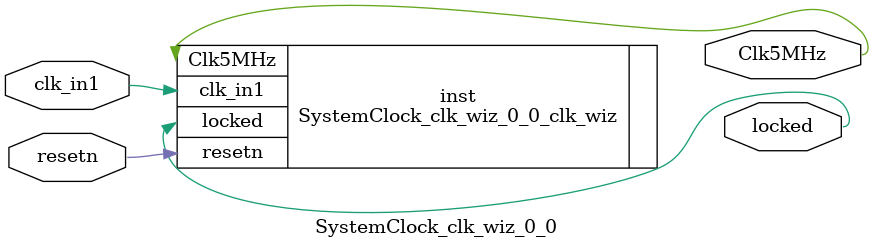
<source format=v>


`timescale 1ps/1ps

(* CORE_GENERATION_INFO = "SystemClock_clk_wiz_0_0,clk_wiz_v6_0_4_0_0,{component_name=SystemClock_clk_wiz_0_0,use_phase_alignment=true,use_min_o_jitter=false,use_max_i_jitter=false,use_dyn_phase_shift=false,use_inclk_switchover=false,use_dyn_reconfig=false,enable_axi=0,feedback_source=FDBK_AUTO,PRIMITIVE=MMCM,num_out_clk=1,clkin1_period=8.000,clkin2_period=10.0,use_power_down=false,use_reset=true,use_locked=true,use_inclk_stopped=false,feedback_type=SINGLE,CLOCK_MGR_TYPE=NA,manual_override=false}" *)

module SystemClock_clk_wiz_0_0 
 (
  // Clock out ports
  output        Clk5MHz,
  // Status and control signals
  input         resetn,
  output        locked,
 // Clock in ports
  input         clk_in1
 );

  SystemClock_clk_wiz_0_0_clk_wiz inst
  (
  // Clock out ports  
  .Clk5MHz(Clk5MHz),
  // Status and control signals               
  .resetn(resetn), 
  .locked(locked),
 // Clock in ports
  .clk_in1(clk_in1)
  );

endmodule

</source>
